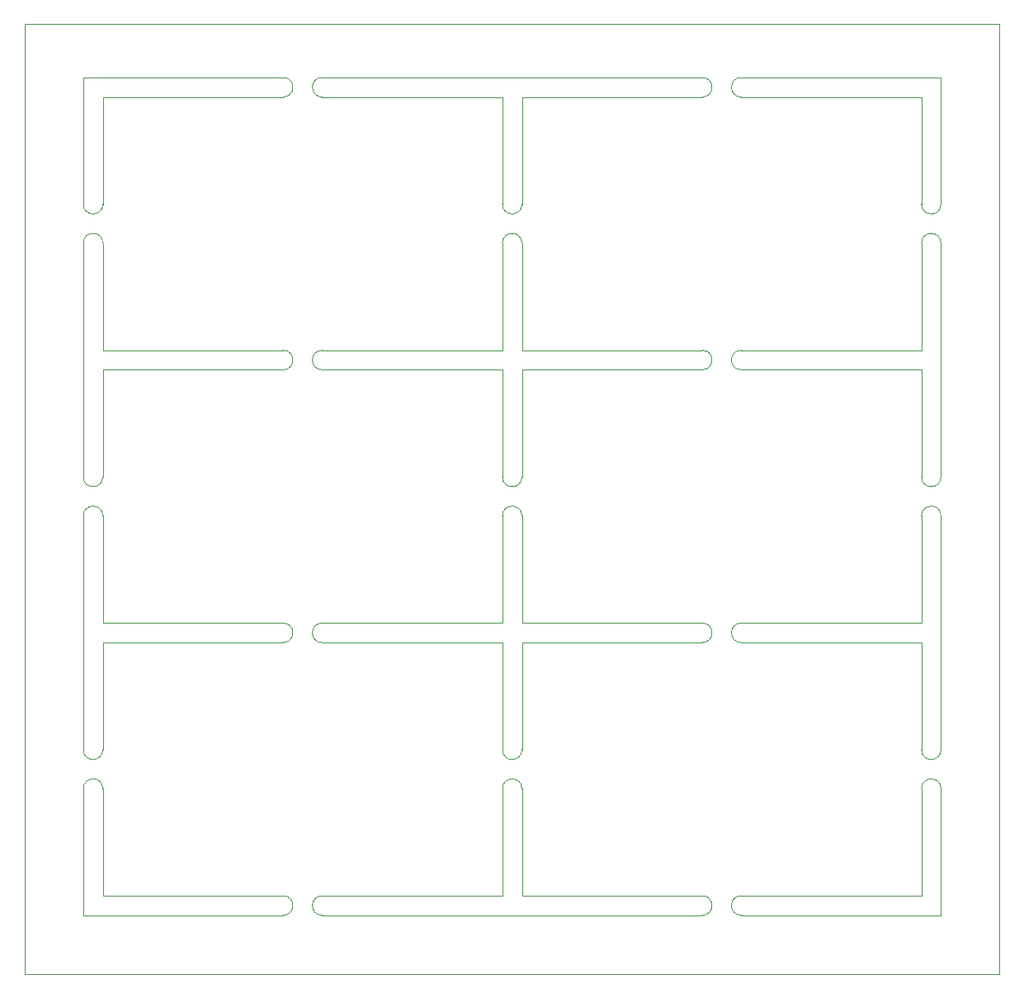
<source format=gbr>
%TF.GenerationSoftware,KiCad,Pcbnew,5.1.5+dfsg1-2build2*%
%TF.CreationDate,2021-11-04T16:55:54+02:00*%
%TF.ProjectId,LED_Wled,4c45445f-576c-4656-942e-6b696361645f,rev?*%
%TF.SameCoordinates,Original*%
%TF.FileFunction,Profile,NP*%
%FSLAX46Y46*%
G04 Gerber Fmt 4.6, Leading zero omitted, Abs format (unit mm)*
G04 Created by KiCad (PCBNEW 5.1.5+dfsg1-2build2) date 2021-11-04 16:55:54*
%MOMM*%
%LPD*%
G04 APERTURE LIST*
%TA.AperFunction,Profile*%
%ADD10C,0.050000*%
%TD*%
%TA.AperFunction,Profile*%
%ADD11C,0.100000*%
%TD*%
G04 APERTURE END LIST*
D10*
X152000000Y-76000000D02*
X152000000Y-65000000D01*
X152000000Y-80000000D02*
X152000000Y-91000000D01*
X152000000Y-104000000D02*
X152000000Y-93000000D01*
X152000000Y-108000000D02*
X152000000Y-119000000D01*
X152000000Y-132000000D02*
X152000000Y-121000000D01*
X152000000Y-136000000D02*
X152000000Y-147000000D01*
X129500000Y-147000000D02*
X111000000Y-147000000D01*
X86500000Y-147000000D02*
X68000000Y-147000000D01*
X68000000Y-136000000D02*
X68000000Y-147000000D01*
X68000000Y-121000000D02*
X68000000Y-132000000D01*
X68000000Y-108000000D02*
X68000000Y-119000000D01*
X68000000Y-93000000D02*
X68000000Y-104000000D01*
X68000000Y-80000000D02*
X68000000Y-91000000D01*
X68000000Y-65000000D02*
X68000000Y-76000000D01*
X86500000Y-65000000D02*
X68000000Y-65000000D01*
X90500000Y-65000000D02*
X109000000Y-65000000D01*
X129500000Y-65000000D02*
X111000000Y-65000000D01*
X133500000Y-65000000D02*
X152000000Y-65000000D01*
X90500000Y-63000000D02*
X129500000Y-63000000D01*
X66000000Y-63000000D02*
X86500000Y-63000000D01*
X66000000Y-76000000D02*
X66000000Y-63000000D01*
X66000000Y-104000000D02*
X66000000Y-80000000D01*
X66000000Y-132000000D02*
X66000000Y-108000000D01*
X66000000Y-149000000D02*
X66000000Y-136000000D01*
X86500000Y-149000000D02*
X66000000Y-149000000D01*
X86500000Y-147000000D02*
G75*
G02X86500000Y-149000000I0J-1000000D01*
G01*
X129500000Y-149000000D02*
X90500000Y-149000000D01*
X154000000Y-149000000D02*
X133500000Y-149000000D01*
X154000000Y-136000000D02*
X154000000Y-149000000D01*
X154000000Y-63000000D02*
X154000000Y-76000000D01*
X133500000Y-63000000D02*
X154000000Y-63000000D01*
X154000000Y-104000000D02*
X154000000Y-80000000D01*
X154000000Y-132000000D02*
X154000000Y-108000000D01*
D11*
X160000000Y-57500000D02*
X160000000Y-155000000D01*
X60000000Y-57500000D02*
X160000000Y-57500000D01*
X60000000Y-155000000D02*
X60000000Y-57500000D01*
X160000000Y-155000000D02*
X60000000Y-155000000D01*
D10*
X90500000Y-149000000D02*
G75*
G02X90500000Y-147000000I0J1000000D01*
G01*
X129500000Y-147000000D02*
G75*
G02X129500000Y-149000000I0J-1000000D01*
G01*
X133500000Y-149000000D02*
G75*
G02X133500000Y-147000000I0J1000000D01*
G01*
X152000000Y-136000000D02*
G75*
G02X154000000Y-136000000I1000000J0D01*
G01*
X154000000Y-132000000D02*
G75*
G02X152000000Y-132000000I-1000000J0D01*
G01*
X152000000Y-108000000D02*
G75*
G02X154000000Y-108000000I1000000J0D01*
G01*
X154000000Y-104000000D02*
G75*
G02X152000000Y-104000000I-1000000J0D01*
G01*
X152000000Y-80000000D02*
G75*
G02X154000000Y-80000000I1000000J0D01*
G01*
X154000000Y-76000000D02*
G75*
G02X152000000Y-76000000I-1000000J0D01*
G01*
X133500000Y-65000000D02*
G75*
G02X133500000Y-63000000I0J1000000D01*
G01*
X129500000Y-63000000D02*
G75*
G02X129500000Y-65000000I0J-1000000D01*
G01*
X90500000Y-65000000D02*
G75*
G02X90500000Y-63000000I0J1000000D01*
G01*
X86500000Y-63000000D02*
G75*
G02X86500000Y-65000000I0J-1000000D01*
G01*
X66000000Y-108000000D02*
G75*
G02X68000000Y-108000000I1000000J0D01*
G01*
X66000000Y-80000000D02*
G75*
G02X68000000Y-80000000I1000000J0D01*
G01*
X68000000Y-76000000D02*
G75*
G02X66000000Y-76000000I-1000000J0D01*
G01*
X68000000Y-104000000D02*
G75*
G02X66000000Y-104000000I-1000000J0D01*
G01*
X68000000Y-132000000D02*
G75*
G02X66000000Y-132000000I-1000000J0D01*
G01*
X66000000Y-136000000D02*
G75*
G02X68000000Y-136000000I1000000J0D01*
G01*
X129500000Y-121000000D02*
X111000000Y-121000000D01*
X133500000Y-121000000D02*
X152000000Y-121000000D01*
X90500000Y-121000000D02*
X109000000Y-121000000D01*
X68000000Y-121000000D02*
X86500000Y-121000000D01*
X109000000Y-136000000D02*
G75*
G02X111000000Y-136000000I1000000J0D01*
G01*
X133500000Y-147000000D02*
X152000000Y-147000000D01*
X111000000Y-136000000D02*
X111000000Y-147000000D01*
X111000000Y-132000000D02*
G75*
G02X109000000Y-132000000I-1000000J0D01*
G01*
X109000000Y-147000000D02*
X109000000Y-136000000D01*
X109000000Y-132000000D02*
X109000000Y-121000000D01*
X111000000Y-132000000D02*
X111000000Y-121000000D01*
X90500000Y-147000000D02*
X109000000Y-147000000D01*
X86500000Y-93000000D02*
X68000000Y-93000000D01*
X90500000Y-93000000D02*
X109000000Y-93000000D01*
X129500000Y-93000000D02*
X111000000Y-93000000D01*
X133500000Y-93000000D02*
X152000000Y-93000000D01*
X133500000Y-121000000D02*
G75*
G02X133500000Y-119000000I0J1000000D01*
G01*
X129500000Y-119000000D02*
X111000000Y-119000000D01*
X109000000Y-108000000D02*
G75*
G02X111000000Y-108000000I1000000J0D01*
G01*
X133500000Y-119000000D02*
X152000000Y-119000000D01*
X111000000Y-108000000D02*
X111000000Y-119000000D01*
X111000000Y-104000000D02*
G75*
G02X109000000Y-104000000I-1000000J0D01*
G01*
X109000000Y-119000000D02*
X109000000Y-108000000D01*
X90500000Y-121000000D02*
G75*
G02X90500000Y-119000000I0J1000000D01*
G01*
X109000000Y-104000000D02*
X109000000Y-93000000D01*
X86500000Y-119000000D02*
G75*
G02X86500000Y-121000000I0J-1000000D01*
G01*
X111000000Y-104000000D02*
X111000000Y-93000000D01*
X129500000Y-119000000D02*
G75*
G02X129500000Y-121000000I0J-1000000D01*
G01*
X86500000Y-119000000D02*
X68000000Y-119000000D01*
X90500000Y-119000000D02*
X109000000Y-119000000D01*
X129500000Y-91000000D02*
X111000000Y-91000000D01*
X133500000Y-91000000D02*
X152000000Y-91000000D01*
X111000000Y-76000000D02*
X111000000Y-65000000D01*
X111000000Y-80000000D02*
X111000000Y-91000000D01*
X109000000Y-76000000D02*
X109000000Y-65000000D01*
X109000000Y-91000000D02*
X109000000Y-80000000D01*
X86500000Y-91000000D02*
X68000000Y-91000000D01*
X90500000Y-91000000D02*
X109000000Y-91000000D01*
X86500000Y-91000000D02*
G75*
G02X86500000Y-93000000I0J-1000000D01*
G01*
X90500000Y-93000000D02*
G75*
G02X90500000Y-91000000I0J1000000D01*
G01*
X133500000Y-93000000D02*
G75*
G02X133500000Y-91000000I0J1000000D01*
G01*
X129500000Y-91000000D02*
G75*
G02X129500000Y-93000000I0J-1000000D01*
G01*
X111000000Y-76000000D02*
G75*
G02X109000000Y-76000000I-1000000J0D01*
G01*
X109000000Y-80000000D02*
G75*
G02X111000000Y-80000000I1000000J0D01*
G01*
M02*

</source>
